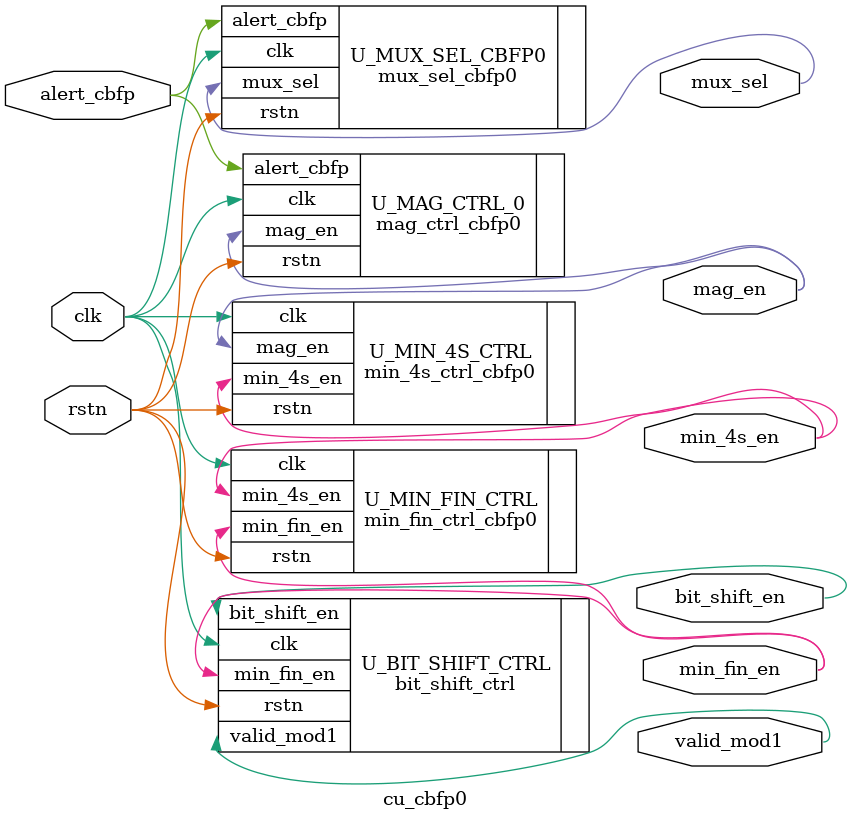
<source format=sv>
`timescale 1ns/1ps

module cu_cbfp0 (
	input clk,
	input rstn,
	input alert_cbfp,

	output logic mux_sel,
	output logic mag_en,
	output logic min_4s_en,
	output logic min_fin_en,
	output logic bit_shift_en,
	output logic valid_mod1
);
	mux_sel_cbfp0 U_MUX_SEL_CBFP0(
	.clk(clk),
	.rstn(rstn),
	.alert_cbfp(alert_cbfp),

	.mux_sel(mux_sel)
	);

	mag_ctrl_cbfp0 U_MAG_CTRL_0(
	.clk(clk),
	.rstn(rstn),
	.alert_cbfp(alert_cbfp),

	.mag_en(mag_en)
	);

	min_4s_ctrl_cbfp0 U_MIN_4S_CTRL(
	.clk(clk),
	.rstn(rstn),
	.mag_en(mag_en),

	.min_4s_en(min_4s_en)
	);

	min_fin_ctrl_cbfp0 U_MIN_FIN_CTRL(
	.clk(clk),
	.rstn(rstn),
	.min_4s_en(min_4s_en),

	.min_fin_en(min_fin_en)
	);

	bit_shift_ctrl U_BIT_SHIFT_CTRL(
	.clk(clk),
	.rstn(rstn),
	.min_fin_en(min_fin_en),

	.bit_shift_en(bit_shift_en),
	.valid_mod1(valid_mod1)
	);

endmodule
</source>
